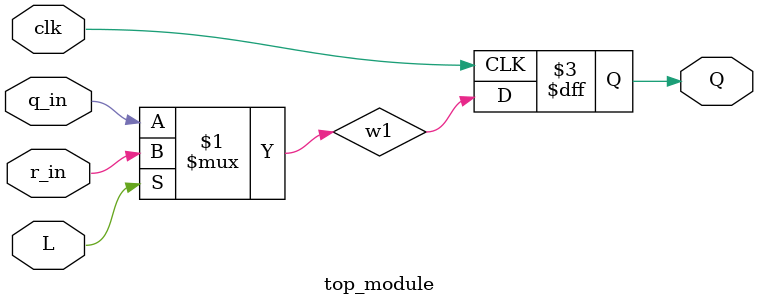
<source format=v>
module top_module (
	input clk,
	input L,
	input r_in,
	input q_in,
	output reg Q);
    
    reg w1;
    
    assign w1=(L)? r_in:q_in;
    
    always @(posedge clk)
        begin
            if(clk)
                Q<=w1;
            else 
                Q<=0;
        end

endmodule

</source>
